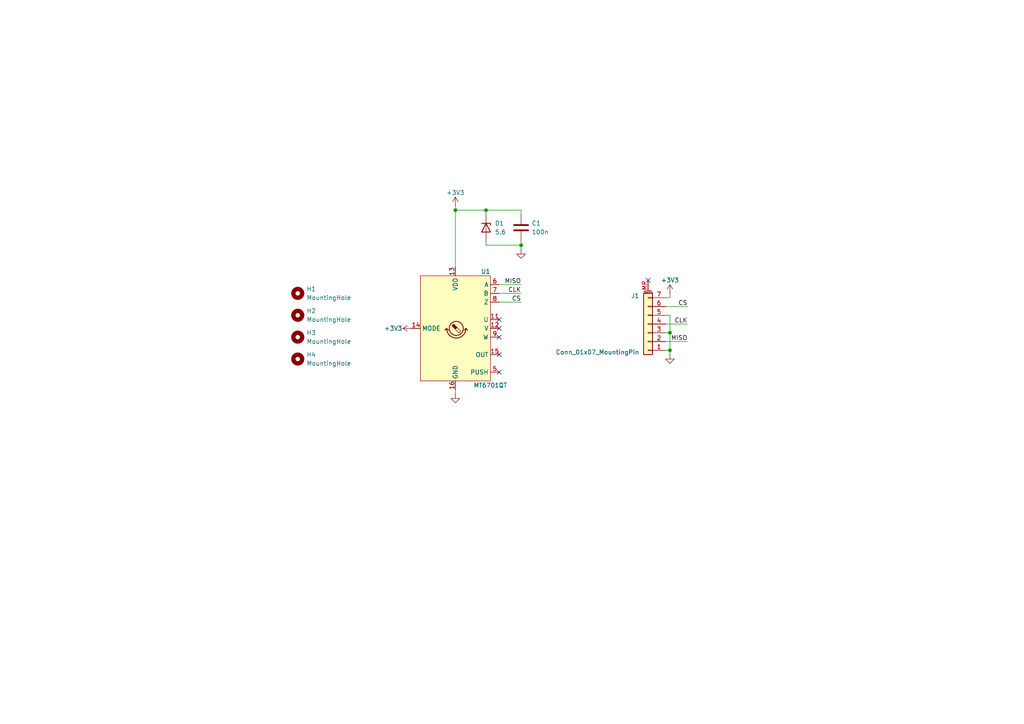
<source format=kicad_sch>
(kicad_sch (version 20250114) (generator "eeschema") (generator_version "9.0")
  (paper "A4")
  (lib_symbols
    (symbol "Connector_Generic_MountingPin:Conn_01x07_MountingPin" (pin_names (offset 1.016) (hide yes))
      (property "Reference" "J" (at 0 10.16 0))
      (property "Value" "Conn_01x07_MountingPin" (at 1.27 -10.16 0))
      (symbol "Conn_01x07_MountingPin_1_1"
        (rectangle (start -1.27 8.89) (end 1.27 -8.89) (stroke (width 0.254)) (fill (type background)))
        (rectangle (start -1.27 7.747) (end 0 7.493) (stroke (width 0.1524)))
        (rectangle (start -1.27 5.207) (end 0 4.953) (stroke (width 0.1524)))
        (rectangle (start -1.27 2.667) (end 0 2.413) (stroke (width 0.1524)))
        (rectangle (start -1.27 0.127) (end 0 -0.127) (stroke (width 0.1524)))
        (rectangle (start -1.27 -2.413) (end 0 -2.667) (stroke (width 0.1524)))
        (rectangle (start -1.27 -4.953) (end 0 -5.207) (stroke (width 0.1524)))
        (rectangle (start -1.27 -7.493) (end 0 -7.747) (stroke (width 0.1524)))
        (polyline (pts (xy -1.016 -9.652) (xy 1.016 -9.652)) (stroke (width 0.1524)))
        (text "Mounting" (at 0 -9.271 0) (effects (font (size 0.381 0.381))))
        (pin passive line (at -5.08 7.62 0) (length 3.81) (name "Pin_1") (number "1"))
        (pin passive line (at -5.08 5.08 0) (length 3.81) (name "Pin_2") (number "2"))
        (pin passive line (at -5.08 2.54 0) (length 3.81) (name "Pin_3") (number "3"))
        (pin passive line (at -5.08 0 0) (length 3.81) (name "Pin_4") (number "4"))
        (pin passive line (at -5.08 -2.54 0) (length 3.81) (name "Pin_5") (number "5"))
        (pin passive line (at -5.08 -5.08 0) (length 3.81) (name "Pin_6") (number "6"))
        (pin passive line (at -5.08 -7.62 0) (length 3.81) (name "Pin_7") (number "7"))
        (pin passive line (at 0 -12.7 90) (length 3.048) (name "MountPin") (number "MP"))
      )
    )
    (symbol "Device:C" (pin_numbers (hide yes)) (pin_names (offset 0.254))
      (property "Reference" "C" (at 0.635 2.54 0))
      (property "Value" "C" (at 0.635 -2.54 0))
      (symbol "C_0_1"
        (polyline (pts (xy -2.032 0.762) (xy 2.032 0.762)) (stroke (width 0.508)))
        (polyline (pts (xy -2.032 -0.762) (xy 2.032 -0.762)) (stroke (width 0.508)))
      )
      (symbol "C_1_1"
        (pin passive line (at 0 3.81 270) (length 2.794) (name "~") (number "1"))
        (pin passive line (at 0 -3.81 90) (length 2.794) (name "~") (number "2"))
      )
    )
    (symbol "Device:D_Zener" (pin_numbers (hide yes)) (pin_names (offset 1.016) (hide yes))
      (property "Reference" "D" (at 0 2.54 0))
      (property "Value" "D_Zener" (at 0 -2.54 0))
      (symbol "D_Zener_0_1"
        (polyline (pts (xy -1.27 -1.27) (xy -1.27 1.27) (xy -0.762 1.27)) (stroke (width 0.254)))
        (polyline (pts (xy 1.27 0) (xy -1.27 0)))
        (polyline (pts (xy 1.27 -1.27) (xy 1.27 1.27) (xy -1.27 0) (xy 1.27 -1.27)) (stroke (width 0.254)))
      )
      (symbol "D_Zener_1_1"
        (pin passive line (at -3.81 0 0) (length 2.54) (name "K") (number "1"))
        (pin passive line (at 3.81 0 180) (length 2.54) (name "A") (number "2"))
      )
    )
    (symbol "Mechanical:MountingHole" (pin_names (offset 1.016)) (exclude_from_sim yes) (in_bom no)
      (property "Reference" "H" (at 0 5.08 0))
      (property "Value" "MountingHole" (at 0 3.175 0))
      (symbol "MountingHole_0_1"
        (circle (center 0 0) (radius 1.27) (stroke (width 1.27)))
      )
    )
    (symbol "Sensor_Magnetic:MT6701QT"
      (property "Reference" "U" (at -9.6632 16.4397 0))
      (property "Value" "MT6701QT" (at 5.5155 16.4397 0))
      (symbol "MT6701QT_0_1"
        (polyline (pts (xy -2.54 0) (xy -3.048 -0.508)) (stroke (width 0.254)))
        (polyline (pts (xy -2.54 0) (xy -2.032 -0.508)) (stroke (width 0.254)))
        (arc (start 3.048 0) (mid 0.254 -2.7819) (end -2.54 0) (stroke (width 0.254)))
        (polyline (pts (xy 3.048 0) (xy 2.54 -0.508)) (stroke (width 0.254)))
        (polyline (pts (xy 3.048 0) (xy 3.556 -0.508)) (stroke (width 0.254)))
      )
      (symbol "MT6701QT_1_1"
        (rectangle (start -10.16 15.24) (end 10.16 -15.24) (fill (type background)))
        (polyline (pts (xy -0.508 1.27) (xy 0.508 0.254) (xy 0 -0.254) (xy -1.016 0.762) (xy -0.762 1.016) (xy -0.508 1.27) (xy -0.381 1.143)) (fill (type outline)))
        (circle (center 0.254 0) (radius 2.032) (stroke (width 0.254)))
        (polyline (pts (xy 0.508 0.254) (xy 1.524 -0.762) (xy 1.016 -1.27) (xy 0 -0.254)))
        (pin input line (at -12.7 0 0) (length 2.54) (name "MODE") (number "14"))
        (pin no_connect line (at -10.16 12.7 0) (length 2.54) (hide yes) (name "NC") (number "1"))
        (pin no_connect line (at -10.16 10.16 0) (length 2.54) (hide yes) (name "NC") (number "2"))
        (pin no_connect line (at -10.16 7.62 0) (length 2.54) (hide yes) (name "NC") (number "3"))
        (pin no_connect line (at -10.16 5.08 0) (length 2.54) (hide yes) (name "NC") (number "4"))
        (pin no_connect line (at -10.16 2.54 0) (length 2.54) (hide yes) (name "NC") (number "10"))
        (pin power_in line (at 0 17.78 270) (length 2.54) (name "VDD") (number "13"))
        (pin power_in line (at 0 -17.78 90) (length 2.54) (name "GND") (number "16"))
        (pin passive line (at 0 -17.78 90) (length 2.54) (hide yes) (name "GND") (number "17"))
        (pin output line (at 12.7 12.7 180) (length 2.54) (name "A") (number "6"))
        (pin output line (at 12.7 10.16 180) (length 2.54) (name "B") (number "7"))
        (pin output line (at 12.7 7.62 180) (length 2.54) (name "Z") (number "8"))
        (pin output line (at 12.7 2.54 180) (length 2.54) (name "U") (number "11"))
        (pin output line (at 12.7 0 180) (length 2.54) (name "V") (number "12"))
        (pin output line (at 12.7 -2.54 180) (length 2.54) (name "W") (number "9"))
        (pin output line (at 12.7 -7.62 180) (length 2.54) (name "OUT") (number "15"))
        (pin output line (at 12.7 -12.7 180) (length 2.54) (name "PUSH") (number "5"))
      )
    )
    (symbol "power:+3V3" (power) (pin_numbers (hide yes)) (pin_names (offset 0) (hide yes))
      (property "Value" "+3V3" (at 0 3.556 0))
      (symbol "+3V3_0_1"
        (polyline (pts (xy -0.762 1.27) (xy 0 2.54)))
        (polyline (pts (xy 0 2.54) (xy 0.762 1.27)))
        (polyline (pts (xy 0 0) (xy 0 2.54)))
      )
      (symbol "+3V3_1_1"
        (pin power_in line (at 0 0 90) (length 0) (name "~") (number "1"))
      )
    )
    (symbol "power:GND" (power) (pin_numbers (hide yes)) (pin_names (offset 0) (hide yes))
      (property "Value" "GND" (at 0 -3.81 0))
      (symbol "GND_0_1"
        (polyline (pts (xy 0 0) (xy 0 -1.27) (xy 1.27 -1.27) (xy 0 -2.54) (xy -1.27 -1.27) (xy 0 -1.27)))
      )
      (symbol "GND_1_1"
        (pin power_in line (at 0 0 270) (length 0) (name "~") (number "1"))
      )
    )
  )
  (junction (at 151.13 71.12))
  (junction (at 194.31 101.6))
  (junction (at 140.97 60.96))
  (junction (at 194.31 96.52))
  (junction (at 132.08 60.96))
  (no_connect (at 144.78 102.87))
  (no_connect (at 144.78 97.79))
  (no_connect (at 144.78 95.25))
  (no_connect (at 187.96 81.28))
  (no_connect (at 144.78 107.95))
  (no_connect (at 144.78 92.71))
  (wire (pts (xy 140.97 60.96) (xy 140.97 62.23)))
  (wire (pts (xy 132.08 60.96) (xy 132.08 77.47)))
  (wire (pts (xy 193.04 99.06) (xy 199.39 99.06)))
  (wire (pts (xy 151.13 60.96) (xy 151.13 62.23)))
  (wire (pts (xy 140.97 60.96) (xy 151.13 60.96)))
  (wire (pts (xy 132.08 60.96) (xy 140.97 60.96)))
  (wire (pts (xy 132.08 114.3) (xy 132.08 113.03)))
  (wire (pts (xy 193.04 88.9) (xy 199.39 88.9)))
  (wire (pts (xy 194.31 101.6) (xy 194.31 102.87)))
  (wire (pts (xy 151.13 71.12) (xy 151.13 69.85)))
  (wire (pts (xy 194.31 85.09) (xy 194.31 86.36)))
  (wire (pts (xy 140.97 71.12) (xy 140.97 69.85)))
  (wire (pts (xy 132.08 59.69) (xy 132.08 60.96)))
  (wire (pts (xy 194.31 86.36) (xy 193.04 86.36)))
  (wire (pts (xy 144.78 82.55) (xy 151.13 82.55)))
  (wire (pts (xy 194.31 96.52) (xy 194.31 101.6)))
  (wire (pts (xy 144.78 85.09) (xy 151.13 85.09)))
  (wire (pts (xy 151.13 71.12) (xy 151.13 72.39)))
  (wire (pts (xy 193.04 91.44) (xy 194.31 91.44)))
  (wire (pts (xy 140.97 71.12) (xy 151.13 71.12)))
  (wire (pts (xy 193.04 101.6) (xy 194.31 101.6)))
  (wire (pts (xy 194.31 91.44) (xy 194.31 96.52)))
  (wire (pts (xy 144.78 87.63) (xy 151.13 87.63)))
  (wire (pts (xy 193.04 93.98) (xy 199.39 93.98)))
  (wire (pts (xy 193.04 96.52) (xy 194.31 96.52)))
  (label "CS" (at 199.39 88.9 180))
  (label "CLK" (at 199.39 93.98 180))
  (label "MISO" (at 151.13 82.55 180))
  (label "MISO" (at 199.39 99.06 180))
  (label "CS" (at 151.13 87.63 180))
  (label "CLK" (at 151.13 85.09 180))
  (symbol (lib_id "power:GND") (at 151.13 72.39 0) (unit 1)
    (property "Reference" "#PWR04" (effects (hide yes)))
    (property "Value" "GND" (effects (hide yes)))
    (property "Description" "Power symbol creates a global label with name \"GND\" , ground" (effects (hide yes)))
  )
  (symbol (lib_id "Mechanical:MountingHole") (at 86.36 85.09 0) (unit 1) (exclude_from_sim yes) (in_bom no)
    (property "Reference" "H1" (at 88.9 83.8199 0) (effects (justify left)))
    (property "Value" "MountingHole" (at 88.9 86.3599 0) (effects (justify left)))
    (property "Footprint" "MountingHole:MountingHole_2.2mm_M2" (effects (hide yes)))
    (property "Description" "Mounting Hole without connection" (effects (hide yes)))
  )
  (symbol (lib_id "Device:D_Zener") (at 140.97 66.04 270) (unit 1)
    (property "Reference" "D1" (at 143.51 64.7699 90) (effects (justify left)))
    (property "Value" "5.6" (at 143.51 67.3099 90) (effects (justify left)))
    (property "Footprint" "Diode_SMD:D_SOD-123" (effects (hide yes)))
    (property "Description" "Zener diode" (effects (hide yes)))
  )
  (symbol (lib_id "Connector_Generic_MountingPin:Conn_01x07_MountingPin") (at 187.96 93.98 180) (unit 1)
    (property "Reference" "J1" (at 185.42 85.09 0) (effects (justify left bottom)))
    (property "Value" "Conn_01x07_MountingPin" (at 185.42 102.87 0) (effects (justify left top)))
    (property "Footprint" "Connector_JST:JST_SH_SM07B-SRSS-TB_1x07-1MP_P1.00mm_Horizontal" (effects (hide yes)))
    (property "Description" "Generic connectable mounting pin connector, single row, 01x07, script generated (kicad-library-utils/schlib/autogen/connector/)" (effects (hide yes)))
  )
  (symbol (lib_id "Mechanical:MountingHole") (at 86.36 104.14 0) (unit 1) (exclude_from_sim yes) (in_bom no)
    (property "Reference" "H4" (at 88.9 102.8699 0) (effects (justify left)))
    (property "Value" "MountingHole" (at 88.9 105.4099 0) (effects (justify left)))
    (property "Footprint" "MountingHole:MountingHole_2.2mm_M2" (effects (hide yes)))
    (property "Description" "Mounting Hole without connection" (effects (hide yes)))
  )
  (symbol (lib_id "power:GND") (at 194.31 102.87 0) (unit 1)
    (property "Reference" "#PWR03" (effects (hide yes)))
    (property "Value" "GND" (effects (hide yes)))
    (property "Description" "Power symbol creates a global label with name \"GND\" , ground" (effects (hide yes)))
  )
  (symbol (lib_id "power:+3V3") (at 119.38 95.25 90) (unit 1)
    (property "Reference" "#PWR05" (effects (hide yes)))
    (property "Value" "+3V3" (at 114.046 95.25 90))
    (property "Description" "Power symbol creates a global label with name \"+3V3\"" (effects (hide yes)))
  )
  (symbol (lib_id "power:+3V3") (at 194.31 85.09 0) (unit 1)
    (property "Reference" "#PWR02" (effects (hide yes)))
    (property "Value" "+3V3" (at 194.31 81.28 0))
    (property "Description" "Power symbol creates a global label with name \"+3V3\"" (effects (hide yes)))
  )
  (symbol (lib_id "Sensor_Magnetic:MT6701QT") (at 132.08 95.25 0) (unit 1)
    (property "Reference" "U1" (at 142.24 78.74 0) (effects (justify right)))
    (property "Value" "MT6701QT" (at 142.24 111.76 0))
    (property "Footprint" "Package_DFN_QFN:QFN-16-1EP_3x3mm_P0.5mm_EP1.7x1.7mm" (effects (hide yes)))
    (property "Datasheet" "https://www.magntek.com.cn/upload/MT6701_Rev.1.5.pdf" (effects (hide yes)))
    (property "Description" "Hall Based Angle Position Encoder Sensor, I2C, SSI, ABZ & UVW interfaces, 3.3..5V supply, QFN-16" (effects (hide yes)))
  )
  (symbol (lib_id "power:+3V3") (at 132.08 59.69 0) (unit 1)
    (property "Reference" "#PWR01" (effects (hide yes)))
    (property "Value" "+3V3" (at 132.08 55.88 0))
    (property "Description" "Power symbol creates a global label with name \"+3V3\"" (effects (hide yes)))
  )
  (symbol (lib_id "Mechanical:MountingHole") (at 86.36 97.79 0) (unit 1) (exclude_from_sim yes) (in_bom no)
    (property "Reference" "H3" (at 88.9 96.5199 0) (effects (justify left)))
    (property "Value" "MountingHole" (at 88.9 99.0599 0) (effects (justify left)))
    (property "Footprint" "MountingHole:MountingHole_2.2mm_M2" (effects (hide yes)))
    (property "Description" "Mounting Hole without connection" (effects (hide yes)))
  )
  (symbol (lib_id "Device:C") (at 151.13 66.04 0) (unit 1)
    (property "Reference" "C1" (at 154.178 64.77 0) (effects (justify left)))
    (property "Value" "100n" (at 154.178 67.31 0) (effects (justify left)))
    (property "Footprint" "Capacitor_SMD:C_0402_1005Metric" (effects (hide yes)))
    (property "Description" "Unpolarized capacitor" (effects (hide yes)))
  )
  (symbol (lib_id "power:GND") (at 132.08 114.3 0) (unit 1)
    (property "Reference" "#PWR08" (effects (hide yes)))
    (property "Value" "GND" (effects (hide yes)))
    (property "Description" "Power symbol creates a global label with name \"GND\" , ground" (effects (hide yes)))
  )
  (symbol (lib_id "Mechanical:MountingHole") (at 86.36 91.44 0) (unit 1) (exclude_from_sim yes) (in_bom no)
    (property "Reference" "H2" (at 88.9 90.1699 0) (effects (justify left)))
    (property "Value" "MountingHole" (at 88.9 92.7099 0) (effects (justify left)))
    (property "Footprint" "MountingHole:MountingHole_2.2mm_M2" (effects (hide yes)))
    (property "Description" "Mounting Hole without connection" (effects (hide yes)))
  )
)
</source>
